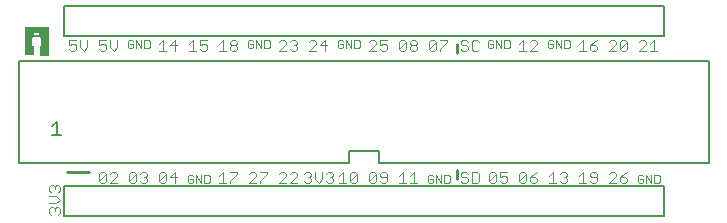
<source format=gto>
G75*
%MOIN*%
%OFA0B0*%
%FSLAX25Y25*%
%IPPOS*%
%LPD*%
%AMOC8*
5,1,8,0,0,1.08239X$1,22.5*
%
%ADD10C,0.00400*%
%ADD11C,0.00300*%
%ADD12C,0.01000*%
%ADD13C,0.00800*%
%ADD14C,0.00500*%
%ADD15C,0.00100*%
D10*
X0013197Y0003134D02*
X0013197Y0004335D01*
X0013797Y0004935D01*
X0014398Y0004935D01*
X0014998Y0004335D01*
X0015599Y0004935D01*
X0016199Y0004935D01*
X0016800Y0004335D01*
X0016800Y0003134D01*
X0016199Y0002533D01*
X0013797Y0002533D02*
X0013197Y0003134D01*
X0014998Y0003734D02*
X0014998Y0004335D01*
X0015599Y0006216D02*
X0013197Y0006216D01*
X0015599Y0006216D02*
X0016800Y0007417D01*
X0015599Y0008619D01*
X0013197Y0008619D01*
X0013797Y0009900D02*
X0013197Y0010500D01*
X0013197Y0011701D01*
X0013797Y0012302D01*
X0014398Y0012302D01*
X0014998Y0011701D01*
X0015599Y0012302D01*
X0016199Y0012302D01*
X0016800Y0011701D01*
X0016800Y0010500D01*
X0016199Y0009900D01*
X0014998Y0011101D02*
X0014998Y0011701D01*
X0029834Y0013683D02*
X0029834Y0016085D01*
X0030434Y0016686D01*
X0031635Y0016686D01*
X0032236Y0016085D01*
X0029834Y0013683D01*
X0030434Y0013083D01*
X0031635Y0013083D01*
X0032236Y0013683D01*
X0032236Y0016085D01*
X0033517Y0016085D02*
X0034117Y0016686D01*
X0035318Y0016686D01*
X0035919Y0016085D01*
X0035919Y0015485D01*
X0033517Y0013083D01*
X0035919Y0013083D01*
X0039834Y0013683D02*
X0042236Y0016085D01*
X0042236Y0013683D01*
X0041635Y0013083D01*
X0040434Y0013083D01*
X0039834Y0013683D01*
X0039834Y0016085D01*
X0040434Y0016686D01*
X0041635Y0016686D01*
X0042236Y0016085D01*
X0043517Y0016085D02*
X0044117Y0016686D01*
X0045318Y0016686D01*
X0045919Y0016085D01*
X0045919Y0015485D01*
X0045318Y0014884D01*
X0045919Y0014284D01*
X0045919Y0013683D01*
X0045318Y0013083D01*
X0044117Y0013083D01*
X0043517Y0013683D01*
X0044718Y0014884D02*
X0045318Y0014884D01*
X0049834Y0013683D02*
X0052236Y0016085D01*
X0052236Y0013683D01*
X0051635Y0013083D01*
X0050434Y0013083D01*
X0049834Y0013683D01*
X0049834Y0016085D01*
X0050434Y0016686D01*
X0051635Y0016686D01*
X0052236Y0016085D01*
X0053517Y0014884D02*
X0055919Y0014884D01*
X0055318Y0016686D02*
X0053517Y0014884D01*
X0055318Y0013083D02*
X0055318Y0016686D01*
X0069834Y0015485D02*
X0071035Y0016686D01*
X0071035Y0013083D01*
X0069834Y0013083D02*
X0072236Y0013083D01*
X0073517Y0013083D02*
X0073517Y0013683D01*
X0075919Y0016085D01*
X0075919Y0016686D01*
X0073517Y0016686D01*
X0079834Y0016085D02*
X0080434Y0016686D01*
X0081635Y0016686D01*
X0082236Y0016085D01*
X0082236Y0015485D01*
X0079834Y0013083D01*
X0082236Y0013083D01*
X0083517Y0013083D02*
X0083517Y0013683D01*
X0085919Y0016085D01*
X0085919Y0016686D01*
X0083517Y0016686D01*
X0089834Y0016085D02*
X0090434Y0016686D01*
X0091635Y0016686D01*
X0092236Y0016085D01*
X0092236Y0015485D01*
X0089834Y0013083D01*
X0092236Y0013083D01*
X0093517Y0013083D02*
X0095919Y0015485D01*
X0095919Y0016085D01*
X0095318Y0016686D01*
X0094117Y0016686D01*
X0093517Y0016085D01*
X0098151Y0016085D02*
X0098751Y0016686D01*
X0099952Y0016686D01*
X0100553Y0016085D01*
X0100553Y0015485D01*
X0099952Y0014884D01*
X0100553Y0014284D01*
X0100553Y0013683D01*
X0099952Y0013083D01*
X0098751Y0013083D01*
X0098151Y0013683D01*
X0095919Y0013083D02*
X0093517Y0013083D01*
X0099352Y0014884D02*
X0099952Y0014884D01*
X0101834Y0014284D02*
X0103035Y0013083D01*
X0104236Y0014284D01*
X0104236Y0016686D01*
X0105517Y0016085D02*
X0106117Y0016686D01*
X0107318Y0016686D01*
X0107919Y0016085D01*
X0107919Y0015485D01*
X0107318Y0014884D01*
X0107919Y0014284D01*
X0107919Y0013683D01*
X0107318Y0013083D01*
X0106117Y0013083D01*
X0105517Y0013683D01*
X0109834Y0013083D02*
X0112236Y0013083D01*
X0111035Y0013083D02*
X0111035Y0016686D01*
X0109834Y0015485D01*
X0107318Y0014884D02*
X0106718Y0014884D01*
X0101834Y0014284D02*
X0101834Y0016686D01*
X0113517Y0016085D02*
X0113517Y0013683D01*
X0115919Y0016085D01*
X0115919Y0013683D01*
X0115318Y0013083D01*
X0114117Y0013083D01*
X0113517Y0013683D01*
X0113517Y0016085D02*
X0114117Y0016686D01*
X0115318Y0016686D01*
X0115919Y0016085D01*
X0119834Y0016085D02*
X0120434Y0016686D01*
X0121635Y0016686D01*
X0122236Y0016085D01*
X0119834Y0013683D01*
X0120434Y0013083D01*
X0121635Y0013083D01*
X0122236Y0013683D01*
X0122236Y0016085D01*
X0123517Y0016085D02*
X0123517Y0015485D01*
X0124117Y0014884D01*
X0125919Y0014884D01*
X0125919Y0013683D02*
X0125919Y0016085D01*
X0125318Y0016686D01*
X0124117Y0016686D01*
X0123517Y0016085D01*
X0119834Y0016085D02*
X0119834Y0013683D01*
X0123517Y0013683D02*
X0124117Y0013083D01*
X0125318Y0013083D01*
X0125919Y0013683D01*
X0129834Y0013083D02*
X0132236Y0013083D01*
X0131035Y0013083D02*
X0131035Y0016686D01*
X0129834Y0015485D01*
X0133517Y0015485D02*
X0134718Y0016686D01*
X0134718Y0013083D01*
X0133517Y0013083D02*
X0135919Y0013083D01*
X0150334Y0013683D02*
X0150934Y0013083D01*
X0152135Y0013083D01*
X0152736Y0013683D01*
X0152736Y0014284D01*
X0152135Y0014884D01*
X0150934Y0014884D01*
X0150334Y0015485D01*
X0150334Y0016085D01*
X0150934Y0016686D01*
X0152135Y0016686D01*
X0152736Y0016085D01*
X0154017Y0016686D02*
X0155818Y0016686D01*
X0156419Y0016085D01*
X0156419Y0013683D01*
X0155818Y0013083D01*
X0154017Y0013083D01*
X0154017Y0016686D01*
X0159834Y0016085D02*
X0160434Y0016686D01*
X0161635Y0016686D01*
X0162236Y0016085D01*
X0159834Y0013683D01*
X0160434Y0013083D01*
X0161635Y0013083D01*
X0162236Y0013683D01*
X0162236Y0016085D01*
X0163517Y0016686D02*
X0163517Y0014884D01*
X0164718Y0015485D01*
X0165318Y0015485D01*
X0165919Y0014884D01*
X0165919Y0013683D01*
X0165318Y0013083D01*
X0164117Y0013083D01*
X0163517Y0013683D01*
X0159834Y0013683D02*
X0159834Y0016085D01*
X0163517Y0016686D02*
X0165919Y0016686D01*
X0169834Y0016085D02*
X0170434Y0016686D01*
X0171635Y0016686D01*
X0172236Y0016085D01*
X0169834Y0013683D01*
X0170434Y0013083D01*
X0171635Y0013083D01*
X0172236Y0013683D01*
X0172236Y0016085D01*
X0173517Y0014884D02*
X0175318Y0014884D01*
X0175919Y0014284D01*
X0175919Y0013683D01*
X0175318Y0013083D01*
X0174117Y0013083D01*
X0173517Y0013683D01*
X0173517Y0014884D01*
X0174718Y0016085D01*
X0175919Y0016686D01*
X0179834Y0015485D02*
X0181035Y0016686D01*
X0181035Y0013083D01*
X0179834Y0013083D02*
X0182236Y0013083D01*
X0183517Y0013683D02*
X0184117Y0013083D01*
X0185318Y0013083D01*
X0185919Y0013683D01*
X0185919Y0014284D01*
X0185318Y0014884D01*
X0184718Y0014884D01*
X0185318Y0014884D02*
X0185919Y0015485D01*
X0185919Y0016085D01*
X0185318Y0016686D01*
X0184117Y0016686D01*
X0183517Y0016085D01*
X0189834Y0015485D02*
X0191035Y0016686D01*
X0191035Y0013083D01*
X0189834Y0013083D02*
X0192236Y0013083D01*
X0193517Y0013683D02*
X0194117Y0013083D01*
X0195318Y0013083D01*
X0195919Y0013683D01*
X0195919Y0016085D01*
X0195318Y0016686D01*
X0194117Y0016686D01*
X0193517Y0016085D01*
X0193517Y0015485D01*
X0194117Y0014884D01*
X0195919Y0014884D01*
X0199834Y0016085D02*
X0200434Y0016686D01*
X0201635Y0016686D01*
X0202236Y0016085D01*
X0202236Y0015485D01*
X0199834Y0013083D01*
X0202236Y0013083D01*
X0203517Y0013683D02*
X0204117Y0013083D01*
X0205318Y0013083D01*
X0205919Y0013683D01*
X0205919Y0014284D01*
X0205318Y0014884D01*
X0203517Y0014884D01*
X0203517Y0013683D01*
X0203517Y0014884D02*
X0204718Y0016085D01*
X0205919Y0016686D01*
X0169834Y0016085D02*
X0169834Y0013683D01*
X0169834Y0057083D02*
X0172236Y0057083D01*
X0171035Y0057083D02*
X0171035Y0060686D01*
X0169834Y0059485D01*
X0173517Y0060085D02*
X0174117Y0060686D01*
X0175318Y0060686D01*
X0175919Y0060085D01*
X0175919Y0059485D01*
X0173517Y0057083D01*
X0175919Y0057083D01*
X0189834Y0057083D02*
X0192236Y0057083D01*
X0191035Y0057083D02*
X0191035Y0060686D01*
X0189834Y0059485D01*
X0193517Y0058884D02*
X0195318Y0058884D01*
X0195919Y0058284D01*
X0195919Y0057683D01*
X0195318Y0057083D01*
X0194117Y0057083D01*
X0193517Y0057683D01*
X0193517Y0058884D01*
X0194718Y0060085D01*
X0195919Y0060686D01*
X0199834Y0060085D02*
X0200434Y0060686D01*
X0201635Y0060686D01*
X0202236Y0060085D01*
X0202236Y0059485D01*
X0199834Y0057083D01*
X0202236Y0057083D01*
X0203517Y0057683D02*
X0205919Y0060085D01*
X0205919Y0057683D01*
X0205318Y0057083D01*
X0204117Y0057083D01*
X0203517Y0057683D01*
X0203517Y0060085D01*
X0204117Y0060686D01*
X0205318Y0060686D01*
X0205919Y0060085D01*
X0209834Y0060085D02*
X0210434Y0060686D01*
X0211635Y0060686D01*
X0212236Y0060085D01*
X0212236Y0059485D01*
X0209834Y0057083D01*
X0212236Y0057083D01*
X0213517Y0057083D02*
X0215919Y0057083D01*
X0214718Y0057083D02*
X0214718Y0060686D01*
X0213517Y0059485D01*
X0156419Y0060085D02*
X0155818Y0060686D01*
X0154617Y0060686D01*
X0154017Y0060085D01*
X0154017Y0057683D01*
X0154617Y0057083D01*
X0155818Y0057083D01*
X0156419Y0057683D01*
X0152736Y0057683D02*
X0152736Y0058284D01*
X0152135Y0058884D01*
X0150934Y0058884D01*
X0150334Y0059485D01*
X0150334Y0060085D01*
X0150934Y0060686D01*
X0152135Y0060686D01*
X0152736Y0060085D01*
X0152736Y0057683D02*
X0152135Y0057083D01*
X0150934Y0057083D01*
X0150334Y0057683D01*
X0145919Y0060085D02*
X0143517Y0057683D01*
X0143517Y0057083D01*
X0142236Y0057683D02*
X0141635Y0057083D01*
X0140434Y0057083D01*
X0139834Y0057683D01*
X0142236Y0060085D01*
X0142236Y0057683D01*
X0139834Y0057683D02*
X0139834Y0060085D01*
X0140434Y0060686D01*
X0141635Y0060686D01*
X0142236Y0060085D01*
X0143517Y0060686D02*
X0145919Y0060686D01*
X0145919Y0060085D01*
X0135919Y0060085D02*
X0135919Y0059485D01*
X0135318Y0058884D01*
X0134117Y0058884D01*
X0133517Y0059485D01*
X0133517Y0060085D01*
X0134117Y0060686D01*
X0135318Y0060686D01*
X0135919Y0060085D01*
X0135318Y0058884D02*
X0135919Y0058284D01*
X0135919Y0057683D01*
X0135318Y0057083D01*
X0134117Y0057083D01*
X0133517Y0057683D01*
X0133517Y0058284D01*
X0134117Y0058884D01*
X0132236Y0060085D02*
X0132236Y0057683D01*
X0131635Y0057083D01*
X0130434Y0057083D01*
X0129834Y0057683D01*
X0132236Y0060085D01*
X0131635Y0060686D01*
X0130434Y0060686D01*
X0129834Y0060085D01*
X0129834Y0057683D01*
X0125919Y0057683D02*
X0125919Y0058884D01*
X0125318Y0059485D01*
X0124718Y0059485D01*
X0123517Y0058884D01*
X0123517Y0060686D01*
X0125919Y0060686D01*
X0122236Y0060085D02*
X0121635Y0060686D01*
X0120434Y0060686D01*
X0119834Y0060085D01*
X0122236Y0060085D02*
X0122236Y0059485D01*
X0119834Y0057083D01*
X0122236Y0057083D01*
X0123517Y0057683D02*
X0124117Y0057083D01*
X0125318Y0057083D01*
X0125919Y0057683D01*
X0105919Y0058884D02*
X0103517Y0058884D01*
X0105318Y0060686D01*
X0105318Y0057083D01*
X0102236Y0057083D02*
X0099834Y0057083D01*
X0102236Y0059485D01*
X0102236Y0060085D01*
X0101635Y0060686D01*
X0100434Y0060686D01*
X0099834Y0060085D01*
X0095919Y0060085D02*
X0095919Y0059485D01*
X0095318Y0058884D01*
X0095919Y0058284D01*
X0095919Y0057683D01*
X0095318Y0057083D01*
X0094117Y0057083D01*
X0093517Y0057683D01*
X0092236Y0057083D02*
X0089834Y0057083D01*
X0092236Y0059485D01*
X0092236Y0060085D01*
X0091635Y0060686D01*
X0090434Y0060686D01*
X0089834Y0060085D01*
X0093517Y0060085D02*
X0094117Y0060686D01*
X0095318Y0060686D01*
X0095919Y0060085D01*
X0095318Y0058884D02*
X0094718Y0058884D01*
X0075919Y0058284D02*
X0075919Y0057683D01*
X0075318Y0057083D01*
X0074117Y0057083D01*
X0073517Y0057683D01*
X0073517Y0058284D01*
X0074117Y0058884D01*
X0075318Y0058884D01*
X0075919Y0058284D01*
X0075318Y0058884D02*
X0075919Y0059485D01*
X0075919Y0060085D01*
X0075318Y0060686D01*
X0074117Y0060686D01*
X0073517Y0060085D01*
X0073517Y0059485D01*
X0074117Y0058884D01*
X0071035Y0057083D02*
X0071035Y0060686D01*
X0069834Y0059485D01*
X0065919Y0058884D02*
X0065919Y0057683D01*
X0065318Y0057083D01*
X0064117Y0057083D01*
X0063517Y0057683D01*
X0062236Y0057083D02*
X0059834Y0057083D01*
X0061035Y0057083D02*
X0061035Y0060686D01*
X0059834Y0059485D01*
X0063517Y0058884D02*
X0064718Y0059485D01*
X0065318Y0059485D01*
X0065919Y0058884D01*
X0063517Y0058884D02*
X0063517Y0060686D01*
X0065919Y0060686D01*
X0069834Y0057083D02*
X0072236Y0057083D01*
X0055919Y0058884D02*
X0053517Y0058884D01*
X0055318Y0060686D01*
X0055318Y0057083D01*
X0052236Y0057083D02*
X0049834Y0057083D01*
X0051035Y0057083D02*
X0051035Y0060686D01*
X0049834Y0059485D01*
X0035919Y0058284D02*
X0035919Y0060686D01*
X0033517Y0060686D02*
X0033517Y0058284D01*
X0034718Y0057083D01*
X0035919Y0058284D01*
X0032236Y0058884D02*
X0031635Y0059485D01*
X0031035Y0059485D01*
X0029834Y0058884D01*
X0029834Y0060686D01*
X0032236Y0060686D01*
X0032236Y0058884D02*
X0032236Y0057683D01*
X0031635Y0057083D01*
X0030434Y0057083D01*
X0029834Y0057683D01*
X0025919Y0058284D02*
X0025919Y0060686D01*
X0023517Y0060686D02*
X0023517Y0058284D01*
X0024718Y0057083D01*
X0025919Y0058284D01*
X0022236Y0058884D02*
X0021635Y0059485D01*
X0021035Y0059485D01*
X0019834Y0058884D01*
X0019834Y0060686D01*
X0022236Y0060686D01*
X0022236Y0058884D02*
X0022236Y0057683D01*
X0021635Y0057083D01*
X0020434Y0057083D01*
X0019834Y0057683D01*
D11*
X0039363Y0058483D02*
X0039813Y0058033D01*
X0040714Y0058033D01*
X0041164Y0058483D01*
X0041164Y0059384D01*
X0040264Y0059384D01*
X0041164Y0060285D02*
X0040714Y0060735D01*
X0039813Y0060735D01*
X0039363Y0060285D01*
X0039363Y0058483D01*
X0042125Y0058033D02*
X0042125Y0060735D01*
X0043927Y0058033D01*
X0043927Y0060735D01*
X0044888Y0060735D02*
X0046239Y0060735D01*
X0046689Y0060285D01*
X0046689Y0058483D01*
X0046239Y0058033D01*
X0044888Y0058033D01*
X0044888Y0060735D01*
X0079363Y0060285D02*
X0079363Y0058483D01*
X0079813Y0058033D01*
X0080714Y0058033D01*
X0081164Y0058483D01*
X0081164Y0059384D01*
X0080264Y0059384D01*
X0081164Y0060285D02*
X0080714Y0060735D01*
X0079813Y0060735D01*
X0079363Y0060285D01*
X0082125Y0060735D02*
X0083927Y0058033D01*
X0083927Y0060735D01*
X0084888Y0060735D02*
X0086239Y0060735D01*
X0086689Y0060285D01*
X0086689Y0058483D01*
X0086239Y0058033D01*
X0084888Y0058033D01*
X0084888Y0060735D01*
X0082125Y0060735D02*
X0082125Y0058033D01*
X0109363Y0058483D02*
X0109813Y0058033D01*
X0110714Y0058033D01*
X0111164Y0058483D01*
X0111164Y0059384D01*
X0110264Y0059384D01*
X0111164Y0060285D02*
X0110714Y0060735D01*
X0109813Y0060735D01*
X0109363Y0060285D01*
X0109363Y0058483D01*
X0112125Y0058033D02*
X0112125Y0060735D01*
X0113927Y0058033D01*
X0113927Y0060735D01*
X0114888Y0060735D02*
X0116239Y0060735D01*
X0116689Y0060285D01*
X0116689Y0058483D01*
X0116239Y0058033D01*
X0114888Y0058033D01*
X0114888Y0060735D01*
X0159363Y0060285D02*
X0159363Y0058483D01*
X0159813Y0058033D01*
X0160714Y0058033D01*
X0161164Y0058483D01*
X0161164Y0059384D01*
X0160264Y0059384D01*
X0161164Y0060285D02*
X0160714Y0060735D01*
X0159813Y0060735D01*
X0159363Y0060285D01*
X0162125Y0060735D02*
X0163927Y0058033D01*
X0163927Y0060735D01*
X0164888Y0060735D02*
X0166239Y0060735D01*
X0166689Y0060285D01*
X0166689Y0058483D01*
X0166239Y0058033D01*
X0164888Y0058033D01*
X0164888Y0060735D01*
X0162125Y0060735D02*
X0162125Y0058033D01*
X0179363Y0058483D02*
X0179813Y0058033D01*
X0180714Y0058033D01*
X0181164Y0058483D01*
X0181164Y0059384D01*
X0180264Y0059384D01*
X0181164Y0060285D02*
X0180714Y0060735D01*
X0179813Y0060735D01*
X0179363Y0060285D01*
X0179363Y0058483D01*
X0182125Y0058033D02*
X0182125Y0060735D01*
X0183927Y0058033D01*
X0183927Y0060735D01*
X0184888Y0060735D02*
X0186239Y0060735D01*
X0186689Y0060285D01*
X0186689Y0058483D01*
X0186239Y0058033D01*
X0184888Y0058033D01*
X0184888Y0060735D01*
X0209813Y0015735D02*
X0209363Y0015285D01*
X0209363Y0013483D01*
X0209813Y0013033D01*
X0210714Y0013033D01*
X0211164Y0013483D01*
X0211164Y0014384D01*
X0210264Y0014384D01*
X0211164Y0015285D02*
X0210714Y0015735D01*
X0209813Y0015735D01*
X0212125Y0015735D02*
X0213927Y0013033D01*
X0213927Y0015735D01*
X0214888Y0015735D02*
X0216239Y0015735D01*
X0216689Y0015285D01*
X0216689Y0013483D01*
X0216239Y0013033D01*
X0214888Y0013033D01*
X0214888Y0015735D01*
X0212125Y0015735D02*
X0212125Y0013033D01*
X0146689Y0013483D02*
X0146239Y0013033D01*
X0144888Y0013033D01*
X0144888Y0015735D01*
X0146239Y0015735D01*
X0146689Y0015285D01*
X0146689Y0013483D01*
X0143927Y0013033D02*
X0143927Y0015735D01*
X0142125Y0015735D02*
X0143927Y0013033D01*
X0142125Y0013033D02*
X0142125Y0015735D01*
X0141164Y0015285D02*
X0140714Y0015735D01*
X0139813Y0015735D01*
X0139363Y0015285D01*
X0139363Y0013483D01*
X0139813Y0013033D01*
X0140714Y0013033D01*
X0141164Y0013483D01*
X0141164Y0014384D01*
X0140264Y0014384D01*
X0066689Y0013483D02*
X0066239Y0013033D01*
X0064888Y0013033D01*
X0064888Y0015735D01*
X0066239Y0015735D01*
X0066689Y0015285D01*
X0066689Y0013483D01*
X0063927Y0013033D02*
X0063927Y0015735D01*
X0062125Y0015735D02*
X0063927Y0013033D01*
X0062125Y0013033D02*
X0062125Y0015735D01*
X0061164Y0015285D02*
X0060714Y0015735D01*
X0059813Y0015735D01*
X0059363Y0015285D01*
X0059363Y0013483D01*
X0059813Y0013033D01*
X0060714Y0013033D01*
X0061164Y0013483D01*
X0061164Y0014384D01*
X0060264Y0014384D01*
D12*
X0026500Y0016633D02*
X0019000Y0016633D01*
X0149000Y0017383D02*
X0149000Y0014383D01*
X0149000Y0056383D02*
X0149000Y0059383D01*
D13*
X0218000Y0061883D02*
X0218000Y0071883D01*
X0018000Y0071883D01*
X0018000Y0061883D01*
X0218000Y0061883D01*
X0233000Y0053833D02*
X0233000Y0019633D01*
X0123000Y0019633D01*
X0123000Y0023633D01*
X0113000Y0023633D01*
X0113000Y0019633D01*
X0003000Y0019633D01*
X0003000Y0053833D01*
X0233000Y0053833D01*
X0218000Y0011883D02*
X0218000Y0001883D01*
X0018000Y0001883D01*
X0018000Y0011883D01*
X0218000Y0011883D01*
D14*
X0017253Y0028883D02*
X0014250Y0028883D01*
X0015751Y0028883D02*
X0015751Y0033387D01*
X0014250Y0031885D01*
D15*
X0012760Y0055863D02*
X0010020Y0055863D01*
X0010020Y0058603D01*
X0010520Y0058843D01*
X0010520Y0061683D01*
X0010040Y0062083D01*
X0009740Y0062083D01*
X0009740Y0063263D01*
X0009520Y0063483D01*
X0008260Y0063483D01*
X0007980Y0063223D01*
X0007980Y0062303D01*
X0007760Y0062303D01*
X0007760Y0062083D01*
X0007980Y0062083D01*
X0009720Y0062083D01*
X0009720Y0062243D01*
X0007720Y0062243D01*
X0007720Y0062063D01*
X0007240Y0061663D01*
X0007240Y0058843D01*
X0007740Y0058583D01*
X0007740Y0055883D01*
X0005000Y0055883D01*
X0005000Y0065163D01*
X0012760Y0065163D01*
X0012760Y0055863D01*
X0012760Y0055867D02*
X0010020Y0055867D01*
X0010020Y0055965D02*
X0012760Y0055965D01*
X0012760Y0056064D02*
X0010020Y0056064D01*
X0010020Y0056162D02*
X0012760Y0056162D01*
X0012760Y0056261D02*
X0010020Y0056261D01*
X0010020Y0056360D02*
X0012760Y0056360D01*
X0012760Y0056458D02*
X0010020Y0056458D01*
X0010020Y0056557D02*
X0012760Y0056557D01*
X0012760Y0056655D02*
X0010020Y0056655D01*
X0010020Y0056754D02*
X0012760Y0056754D01*
X0012760Y0056852D02*
X0010020Y0056852D01*
X0010020Y0056951D02*
X0012760Y0056951D01*
X0012760Y0057049D02*
X0010020Y0057049D01*
X0010020Y0057148D02*
X0012760Y0057148D01*
X0012760Y0057246D02*
X0010020Y0057246D01*
X0010020Y0057345D02*
X0012760Y0057345D01*
X0012760Y0057443D02*
X0010020Y0057443D01*
X0010020Y0057542D02*
X0012760Y0057542D01*
X0012760Y0057640D02*
X0010020Y0057640D01*
X0010020Y0057739D02*
X0012760Y0057739D01*
X0012760Y0057837D02*
X0010020Y0057837D01*
X0010020Y0057936D02*
X0012760Y0057936D01*
X0012760Y0058034D02*
X0010020Y0058034D01*
X0010020Y0058133D02*
X0012760Y0058133D01*
X0012760Y0058231D02*
X0010020Y0058231D01*
X0010020Y0058330D02*
X0012760Y0058330D01*
X0012760Y0058428D02*
X0010020Y0058428D01*
X0010020Y0058527D02*
X0012760Y0058527D01*
X0012760Y0058625D02*
X0010067Y0058625D01*
X0010272Y0058724D02*
X0012760Y0058724D01*
X0012760Y0058822D02*
X0010477Y0058822D01*
X0010520Y0058921D02*
X0012760Y0058921D01*
X0012760Y0059019D02*
X0010520Y0059019D01*
X0010520Y0059118D02*
X0012760Y0059118D01*
X0012760Y0059216D02*
X0010520Y0059216D01*
X0010520Y0059315D02*
X0012760Y0059315D01*
X0012760Y0059413D02*
X0010520Y0059413D01*
X0010520Y0059512D02*
X0012760Y0059512D01*
X0012760Y0059610D02*
X0010520Y0059610D01*
X0010520Y0059709D02*
X0012760Y0059709D01*
X0012760Y0059807D02*
X0010520Y0059807D01*
X0010520Y0059906D02*
X0012760Y0059906D01*
X0012760Y0060004D02*
X0010520Y0060004D01*
X0010520Y0060103D02*
X0012760Y0060103D01*
X0012760Y0060201D02*
X0010520Y0060201D01*
X0010520Y0060300D02*
X0012760Y0060300D01*
X0012760Y0060398D02*
X0010520Y0060398D01*
X0010520Y0060497D02*
X0012760Y0060497D01*
X0012760Y0060596D02*
X0010520Y0060596D01*
X0010520Y0060694D02*
X0012760Y0060694D01*
X0012760Y0060793D02*
X0010520Y0060793D01*
X0010520Y0060891D02*
X0012760Y0060891D01*
X0012760Y0060990D02*
X0010520Y0060990D01*
X0010520Y0061088D02*
X0012760Y0061088D01*
X0012760Y0061187D02*
X0010520Y0061187D01*
X0010520Y0061285D02*
X0012760Y0061285D01*
X0012760Y0061384D02*
X0010520Y0061384D01*
X0010520Y0061482D02*
X0012760Y0061482D01*
X0012760Y0061581D02*
X0010520Y0061581D01*
X0010520Y0061679D02*
X0012760Y0061679D01*
X0012760Y0061778D02*
X0010406Y0061778D01*
X0010288Y0061876D02*
X0012760Y0061876D01*
X0012760Y0061975D02*
X0010170Y0061975D01*
X0010052Y0062073D02*
X0012760Y0062073D01*
X0012760Y0062172D02*
X0009740Y0062172D01*
X0009720Y0062172D02*
X0007760Y0062172D01*
X0007720Y0062172D02*
X0005000Y0062172D01*
X0005000Y0062270D02*
X0007760Y0062270D01*
X0007720Y0062073D02*
X0005000Y0062073D01*
X0005000Y0061975D02*
X0007614Y0061975D01*
X0007496Y0061876D02*
X0005000Y0061876D01*
X0005000Y0061778D02*
X0007378Y0061778D01*
X0007260Y0061679D02*
X0005000Y0061679D01*
X0005000Y0061581D02*
X0007240Y0061581D01*
X0007240Y0061482D02*
X0005000Y0061482D01*
X0005000Y0061384D02*
X0007240Y0061384D01*
X0007240Y0061285D02*
X0005000Y0061285D01*
X0005000Y0061187D02*
X0007240Y0061187D01*
X0007240Y0061088D02*
X0005000Y0061088D01*
X0005000Y0060990D02*
X0007240Y0060990D01*
X0007240Y0060891D02*
X0005000Y0060891D01*
X0005000Y0060793D02*
X0007240Y0060793D01*
X0007240Y0060694D02*
X0005000Y0060694D01*
X0005000Y0060596D02*
X0007240Y0060596D01*
X0007240Y0060497D02*
X0005000Y0060497D01*
X0005000Y0060398D02*
X0007240Y0060398D01*
X0007240Y0060300D02*
X0005000Y0060300D01*
X0005000Y0060201D02*
X0007240Y0060201D01*
X0007240Y0060103D02*
X0005000Y0060103D01*
X0005000Y0060004D02*
X0007240Y0060004D01*
X0007240Y0059906D02*
X0005000Y0059906D01*
X0005000Y0059807D02*
X0007240Y0059807D01*
X0007240Y0059709D02*
X0005000Y0059709D01*
X0005000Y0059610D02*
X0007240Y0059610D01*
X0007240Y0059512D02*
X0005000Y0059512D01*
X0005000Y0059413D02*
X0007240Y0059413D01*
X0007240Y0059315D02*
X0005000Y0059315D01*
X0005000Y0059216D02*
X0007240Y0059216D01*
X0007240Y0059118D02*
X0005000Y0059118D01*
X0005000Y0059019D02*
X0007240Y0059019D01*
X0007240Y0058921D02*
X0005000Y0058921D01*
X0005000Y0058822D02*
X0007279Y0058822D01*
X0007469Y0058724D02*
X0005000Y0058724D01*
X0005000Y0058625D02*
X0007658Y0058625D01*
X0007740Y0058527D02*
X0005000Y0058527D01*
X0005000Y0058428D02*
X0007740Y0058428D01*
X0007740Y0058330D02*
X0005000Y0058330D01*
X0005000Y0058231D02*
X0007740Y0058231D01*
X0007740Y0058133D02*
X0005000Y0058133D01*
X0005000Y0058034D02*
X0007740Y0058034D01*
X0007740Y0057936D02*
X0005000Y0057936D01*
X0005000Y0057837D02*
X0007740Y0057837D01*
X0007740Y0057739D02*
X0005000Y0057739D01*
X0005000Y0057640D02*
X0007740Y0057640D01*
X0007740Y0057542D02*
X0005000Y0057542D01*
X0005000Y0057443D02*
X0007740Y0057443D01*
X0007740Y0057345D02*
X0005000Y0057345D01*
X0005000Y0057246D02*
X0007740Y0057246D01*
X0007740Y0057148D02*
X0005000Y0057148D01*
X0005000Y0057049D02*
X0007740Y0057049D01*
X0007740Y0056951D02*
X0005000Y0056951D01*
X0005000Y0056852D02*
X0007740Y0056852D01*
X0007740Y0056754D02*
X0005000Y0056754D01*
X0005000Y0056655D02*
X0007740Y0056655D01*
X0007740Y0056557D02*
X0005000Y0056557D01*
X0005000Y0056458D02*
X0007740Y0056458D01*
X0007740Y0056360D02*
X0005000Y0056360D01*
X0005000Y0056261D02*
X0007740Y0056261D01*
X0007740Y0056162D02*
X0005000Y0056162D01*
X0005000Y0056064D02*
X0007740Y0056064D01*
X0007740Y0055965D02*
X0005000Y0055965D01*
X0009740Y0062270D02*
X0012760Y0062270D01*
X0012760Y0062369D02*
X0009740Y0062369D01*
X0009740Y0062467D02*
X0012760Y0062467D01*
X0012760Y0062566D02*
X0009740Y0062566D01*
X0009740Y0062664D02*
X0012760Y0062664D01*
X0012760Y0062763D02*
X0009740Y0062763D01*
X0009740Y0062861D02*
X0012760Y0062861D01*
X0012760Y0062960D02*
X0009740Y0062960D01*
X0009740Y0063058D02*
X0012760Y0063058D01*
X0012760Y0063157D02*
X0009740Y0063157D01*
X0009740Y0063255D02*
X0012760Y0063255D01*
X0012760Y0063354D02*
X0009649Y0063354D01*
X0009550Y0063452D02*
X0012760Y0063452D01*
X0012760Y0063551D02*
X0005000Y0063551D01*
X0005000Y0063649D02*
X0012760Y0063649D01*
X0012760Y0063748D02*
X0005000Y0063748D01*
X0005000Y0063846D02*
X0012760Y0063846D01*
X0012760Y0063945D02*
X0005000Y0063945D01*
X0005000Y0064043D02*
X0012760Y0064043D01*
X0012760Y0064142D02*
X0005000Y0064142D01*
X0005000Y0064240D02*
X0012760Y0064240D01*
X0012760Y0064339D02*
X0005000Y0064339D01*
X0005000Y0064437D02*
X0012760Y0064437D01*
X0012760Y0064536D02*
X0005000Y0064536D01*
X0005000Y0064634D02*
X0012760Y0064634D01*
X0012760Y0064733D02*
X0005000Y0064733D01*
X0005000Y0064831D02*
X0012760Y0064831D01*
X0012760Y0064930D02*
X0005000Y0064930D01*
X0005000Y0065029D02*
X0012760Y0065029D01*
X0012760Y0065127D02*
X0005000Y0065127D01*
X0005000Y0063452D02*
X0008227Y0063452D01*
X0008121Y0063354D02*
X0005000Y0063354D01*
X0005000Y0063255D02*
X0008015Y0063255D01*
X0007980Y0063157D02*
X0005000Y0063157D01*
X0005000Y0063058D02*
X0007980Y0063058D01*
X0007980Y0062960D02*
X0005000Y0062960D01*
X0005000Y0062861D02*
X0007980Y0062861D01*
X0007980Y0062763D02*
X0005000Y0062763D01*
X0005000Y0062664D02*
X0007980Y0062664D01*
X0007980Y0062566D02*
X0005000Y0062566D01*
X0005000Y0062467D02*
X0007980Y0062467D01*
X0007980Y0062369D02*
X0005000Y0062369D01*
M02*

</source>
